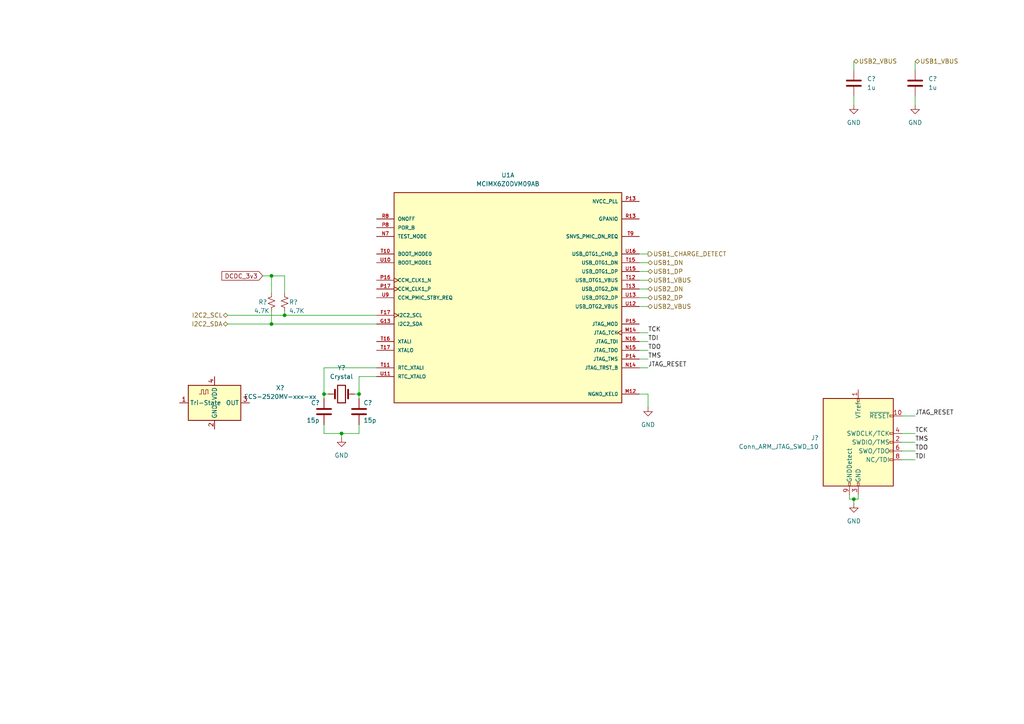
<source format=kicad_sch>
(kicad_sch (version 20211123) (generator eeschema)
  (paper "A4")
  (lib_symbols
    (symbol "Connector:Conn_ARM_JTAG_SWD_10" (pin_names (offset 1.016))
      (property "Reference" "J" (at -2.54 16.51 0))
      (property "Value" "Conn_ARM_JTAG_SWD_10" (at -2.54 13.97 0))
      (symbol "Conn_ARM_JTAG_SWD_10_0_1"
        (rectangle (start -10.16 12.7) (end 10.16 -12.7) (stroke (width 0.254)) (fill (type background)))
        (rectangle (start -2.794 -12.7) (end -2.286 -11.684))
        (rectangle (start -0.254 -12.7) (end 0.254 -11.684))
        (rectangle (start -0.254 12.7) (end 0.254 11.684))
        (rectangle (start 9.144 2.286) (end 10.16 2.794))
        (rectangle (start 10.16 -2.794) (end 9.144 -2.286))
        (rectangle (start 10.16 -0.254) (end 9.144 0.254))
        (rectangle (start 10.16 7.874) (end 9.144 7.366))
      )
      (symbol "Conn_ARM_JTAG_SWD_10_1_1"
        (rectangle (start 9.144 -5.334) (end 10.16 -4.826))
        (pin power_in line (at 0 15.24 270) (length 2.54) (name "VTref") (number "1"))
        (pin open_collector line (at 12.7 7.62 180) (length 2.54) (name "~{RESET}") (number "10"))
        (pin bidirectional line (at 12.7 0 180) (length 2.54) (name "SWDIO/TMS") (number "2"))
        (pin power_in line (at 0 -15.24 90) (length 2.54) (name "GND") (number "3"))
        (pin output line (at 12.7 2.54 180) (length 2.54) (name "SWDCLK/TCK") (number "4"))
        (pin passive line (at 0 -15.24 90) (length 2.54) hide (name "GND") (number "5"))
        (pin input line (at 12.7 -2.54 180) (length 2.54) (name "SWO/TDO") (number "6"))
        (pin no_connect line (at -10.16 0 0) (length 2.54) hide (name "KEY") (number "7"))
        (pin output line (at 12.7 -5.08 180) (length 2.54) (name "NC/TDI") (number "8"))
        (pin passive line (at -2.54 -15.24 90) (length 2.54) (name "GNDDetect") (number "9"))
      )
    )
    (symbol "Device:C" (pin_numbers hide) (pin_names (offset 0.254))
      (property "Reference" "C" (at 0.635 2.54 0))
      (property "Value" "C" (at 0.635 -2.54 0))
      (symbol "C_0_1"
        (polyline (pts (xy -2.032 -0.762) (xy 2.032 -0.762)) (stroke (width 0.508)))
        (polyline (pts (xy -2.032 0.762) (xy 2.032 0.762)) (stroke (width 0.508)))
      )
      (symbol "C_1_1"
        (pin passive line (at 0 3.81 270) (length 2.794) (name "~") (number "1"))
        (pin passive line (at 0 -3.81 90) (length 2.794) (name "~") (number "2"))
      )
    )
    (symbol "Device:Crystal" (pin_numbers hide) (pin_names (offset 1.016) hide)
      (property "Reference" "Y" (at 0 3.81 0))
      (property "Value" "Crystal" (at 0 -3.81 0))
      (symbol "Crystal_0_1"
        (rectangle (start -1.143 2.54) (end 1.143 -2.54) (stroke (width 0.3048)))
        (polyline (pts (xy -2.54 0) (xy -1.905 0)))
        (polyline (pts (xy -1.905 -1.27) (xy -1.905 1.27)) (stroke (width 0.508)))
        (polyline (pts (xy 1.905 -1.27) (xy 1.905 1.27)) (stroke (width 0.508)))
        (polyline (pts (xy 2.54 0) (xy 1.905 0)))
      )
      (symbol "Crystal_1_1"
        (pin passive line (at -3.81 0 0) (length 1.27) (name "1") (number "1"))
        (pin passive line (at 3.81 0 180) (length 1.27) (name "2") (number "2"))
      )
    )
    (symbol "Device:R_Small_US" (pin_numbers hide) (pin_names (offset 0.254) hide)
      (property "Reference" "R" (at 0.762 0.508 0))
      (property "Value" "R_Small_US" (at 0.762 -1.016 0))
      (symbol "R_Small_US_1_1"
        (polyline (pts (xy 0 0) (xy 1.016 -0.381) (xy 0 -0.762) (xy -1.016 -1.143) (xy 0 -1.524)))
        (polyline (pts (xy 0 1.524) (xy 1.016 1.143) (xy 0 0.762) (xy -1.016 0.381) (xy 0 0)))
        (pin passive line (at 0 2.54 270) (length 1.016) (name "~") (number "1"))
        (pin passive line (at 0 -2.54 90) (length 1.016) (name "~") (number "2"))
      )
    )
    (symbol "MCIMX6Z0DVM09AB:MCIMX6Z0DVM09AB" (pin_names (offset 1.016))
      (property "Reference" "U" (at -33.02 31.75 0))
      (property "Value" "MCIMX6Z0DVM09AB" (at -33.02 -31.75 0))
      (symbol "MCIMX6Z0DVM09AB_1_0"
        (rectangle (start -33.02 -30.48) (end 33.02 30.48) (stroke (width 0.254)) (fill (type background)))
        (pin input clock (at -38.1 -5.08 0) (length 5.08) (name "I2C2_SCL") (number "F17"))
        (pin bidirectional line (at -38.1 -7.62 0) (length 5.08) (name "I2C2_SDA") (number "G13"))
        (pin power_in line (at 38.1 -27.94 180) (length 5.08) (name "NGND_KEL0") (number "M12"))
        (pin input clock (at 38.1 -10.16 180) (length 5.08) (name "JTAG_TCK") (number "M14"))
        (pin input line (at 38.1 -20.32 180) (length 5.08) (name "JTAG_TRST_B") (number "N14"))
        (pin output line (at 38.1 -15.24 180) (length 5.08) (name "JTAG_TDO") (number "N15"))
        (pin input line (at 38.1 -12.7 180) (length 5.08) (name "JTAG_TDI") (number "N16"))
        (pin input line (at -38.1 17.78 0) (length 5.08) (name "TEST_MODE") (number "N7"))
        (pin power_in line (at 38.1 27.94 180) (length 5.08) (name "NVCC_PLL") (number "P13"))
        (pin input line (at 38.1 -17.78 180) (length 5.08) (name "JTAG_TMS") (number "P14"))
        (pin input line (at 38.1 -7.62 180) (length 5.08) (name "JTAG_MOD") (number "P15"))
        (pin input clock (at -38.1 5.08 0) (length 5.08) (name "CCM_CLK1_N") (number "P16"))
        (pin input clock (at -38.1 2.54 0) (length 5.08) (name "CCM_CLK1_P") (number "P17"))
        (pin input line (at -38.1 20.32 0) (length 5.08) (name "POR_B") (number "P8"))
        (pin bidirectional line (at 38.1 22.86 180) (length 5.08) (name "GPANIO") (number "R13"))
        (pin input line (at -38.1 22.86 0) (length 5.08) (name "ONOFF") (number "R8"))
        (pin input line (at -38.1 12.7 0) (length 5.08) (name "BOOT_MODE0") (number "T10"))
        (pin input line (at -38.1 -20.32 0) (length 5.08) (name "RTC_XTALI") (number "T11"))
        (pin power_in line (at 38.1 5.08 180) (length 5.08) (name "USB_OTG1_VBUS") (number "T12"))
        (pin bidirectional line (at 38.1 2.54 180) (length 5.08) (name "USB_OTG2_DN") (number "T13"))
        (pin bidirectional line (at 38.1 10.16 180) (length 5.08) (name "USB_OTG1_DN") (number "T15"))
        (pin input line (at -38.1 -12.7 0) (length 5.08) (name "XTALI") (number "T16"))
        (pin output line (at -38.1 -15.24 0) (length 5.08) (name "XTALO") (number "T17"))
        (pin output line (at 38.1 17.78 180) (length 5.08) (name "SNVS_PMIC_ON_REQ") (number "T9"))
        (pin input line (at -38.1 10.16 0) (length 5.08) (name "BOOT_MODE1") (number "U10"))
        (pin output line (at -38.1 -22.86 0) (length 5.08) (name "RTC_XTALO") (number "U11"))
        (pin power_in line (at 38.1 -2.54 180) (length 5.08) (name "USB_OTG2_VBUS") (number "U12"))
        (pin bidirectional line (at 38.1 0 180) (length 5.08) (name "USB_OTG2_DP") (number "U13"))
        (pin bidirectional line (at 38.1 7.62 180) (length 5.08) (name "USB_OTG1_DP") (number "U15"))
        (pin bidirectional line (at 38.1 12.7 180) (length 5.08) (name "USB_OTG1_CHD_B") (number "U16"))
        (pin output line (at -38.1 0 0) (length 5.08) (name "CCM_PMIC_STBY_REQ") (number "U9"))
      )
      (symbol "MCIMX6Z0DVM09AB_2_0"
        (rectangle (start -25.4 -48.26) (end 25.4 45.72) (stroke (width 0.254)) (fill (type background)))
        (pin output line (at 30.48 17.78 180) (length 5.08) (name "DRAM_ODT1") (number "F1"))
        (pin output line (at 30.48 -43.18 180) (length 5.08) (name "DRAM_ADDR14") (number "G1"))
        (pin output line (at 30.48 -22.86 180) (length 5.08) (name "DRAM_ADDR06") (number "G2"))
        (pin output line (at 30.48 12.7 180) (length 5.08) (name "DRAM_RESET") (number "G4"))
        (pin power_in line (at 30.48 40.64 180) (length 5.08) (name "NVCC_DRAM") (number "G6"))
        (pin output line (at 30.48 7.62 180) (length 5.08) (name "DRAM_SDBA1") (number "H1"))
        (pin output line (at 30.48 -10.16 180) (length 5.08) (name "DRAM_ADDR01") (number "H2"))
        (pin output line (at 30.48 -40.64 180) (length 5.08) (name "DRAM_ADDR13") (number "H3"))
        (pin output line (at 30.48 -25.4 180) (length 5.08) (name "DRAM_ADDR07") (number "H4"))
        (pin output line (at 30.48 27.94 180) (length 5.08) (name "DRAM_CS1_B") (number "H5"))
        (pin power_in line (at 30.48 40.64 180) (length 5.08) (name "NVCC_DRAM") (number "H6"))
        (pin output line (at 30.48 -2.54 180) (length 5.08) (name "DRAM_SDWE_B") (number "J1"))
        (pin output line (at 30.48 33.02 180) (length 5.08) (name "DRAM_CAS_B") (number "J2"))
        (pin output line (at 30.48 0 180) (length 5.08) (name "DRAM_SDCKE1") (number "J3"))
        (pin output line (at 30.48 -27.94 180) (length 5.08) (name "DRAM_ADDR08") (number "J4"))
        (pin power_in line (at 30.48 40.64 180) (length 5.08) (name "NVCC_DRAM") (number "J6"))
        (pin output line (at 30.48 -12.7 180) (length 5.08) (name "DRAM_ADDR02") (number "K1"))
        (pin output line (at 30.48 5.08 180) (length 5.08) (name "DRAM_SDBA2") (number "K2"))
        (pin output line (at 30.48 -35.56 180) (length 5.08) (name "DRAM_ADDR11") (number "K3"))
        (pin output line (at 30.48 -17.78 180) (length 5.08) (name "DRAM_ADDR04") (number "K4"))
        (pin output line (at 30.48 -45.72 180) (length 5.08) (name "DRAM_ADDR15") (number "K5"))
        (pin power_in line (at 30.48 40.64 180) (length 5.08) (name "NVCC_DRAM") (number "K6"))
        (pin output line (at 30.48 -20.32 180) (length 5.08) (name "DRAM_ADDR05") (number "L1"))
        (pin output line (at 30.48 -30.48 180) (length 5.08) (name "DRAM_ADDR09") (number "L2"))
        (pin output line (at 30.48 -38.1 180) (length 5.08) (name "DRAM_ADDR12") (number "L4"))
        (pin output line (at 30.48 -7.62 180) (length 5.08) (name "DRAM_ADDR00") (number "L5"))
        (pin power_in line (at 30.48 40.64 180) (length 5.08) (name "NVCC_DRAM") (number "L6"))
        (pin output line (at 30.48 10.16 180) (length 5.08) (name "DRAM_SDBA0") (number "M1"))
        (pin output line (at 30.48 -15.24 180) (length 5.08) (name "DRAM_ADDR03") (number "M2"))
        (pin output line (at 30.48 2.54 180) (length 5.08) (name "DRAM_SDCKE0") (number "M3"))
        (pin output line (at 30.48 -33.02 180) (length 5.08) (name "DRAM_ADDR10") (number "M4"))
        (pin output line (at 30.48 15.24 180) (length 5.08) (name "DRAM_RAS_B") (number "M5"))
        (pin power_in line (at 30.48 40.64 180) (length 5.08) (name "NVCC_DRAM") (number "M6"))
        (pin output line (at 30.48 20.32 180) (length 5.08) (name "DRAM_ODT0") (number "N1"))
        (pin output line (at 30.48 30.48 180) (length 5.08) (name "DRAM_CS0_B") (number "N2"))
        (pin input line (at -30.48 10.16 0) (length 5.08) (name "DRAM_ZQPAD") (number "N4"))
        (pin power_in line (at 30.48 38.1 180) (length 5.08) (name "NVCC_DRAM_2P5") (number "N6"))
        (pin input clock (at -30.48 30.48 0) (length 5.08) (name "DRAM_SDCLK0_P") (number "P1"))
        (pin input clock (at -30.48 33.02 0) (length 5.08) (name "DRAM_SDCLK0_N") (number "P2"))
        (pin input line (at -30.48 -40.64 0) (length 5.08) (name "DRAM_DATA13") (number "P3"))
        (pin power_in line (at 30.48 43.18 180) (length 5.08) (name "DRAM_VREF") (number "P4"))
        (pin input line (at -30.48 -38.1 0) (length 5.08) (name "DRAM_DATA12") (number "P5"))
        (pin input line (at -30.48 25.4 0) (length 5.08) (name "DRAM_SDQS0_P") (number "P6"))
        (pin input line (at -30.48 22.86 0) (length 5.08) (name "DRAM_SDQS0_N") (number "P7"))
        (pin input line (at -30.48 -45.72 0) (length 5.08) (name "DRAM_DATA15") (number "R1"))
        (pin input line (at -30.48 -43.18 0) (length 5.08) (name "DRAM_DATA14") (number "R2"))
        (pin input line (at -30.48 -35.56 0) (length 5.08) (name "DRAM_DATA11") (number "R4"))
        (pin input line (at -30.48 17.78 0) (length 5.08) (name "DRAM_SDQS1_P") (number "T1"))
        (pin input line (at -30.48 15.24 0) (length 5.08) (name "DRAM_SDQS1_N") (number "T2"))
        (pin output line (at 30.48 22.86 180) (length 5.08) (name "DRAM_DQM1") (number "T3"))
        (pin input line (at -30.48 -7.62 0) (length 5.08) (name "DRAM_DATA00") (number "T4"))
        (pin input line (at -30.48 -22.86 0) (length 5.08) (name "DRAM_DATA06") (number "T5"))
        (pin input line (at -30.48 -12.7 0) (length 5.08) (name "DRAM_DATA02") (number "T6"))
        (pin output line (at 30.48 25.4 180) (length 5.08) (name "DRAM_DQM0") (number "T7"))
        (pin input line (at -30.48 -20.32 0) (length 5.08) (name "DRAM_DATA05") (number "T8"))
        (pin input line (at -30.48 -27.94 0) (length 5.08) (name "DRAM_DATA08") (number "U2"))
        (pin input line (at -30.48 -30.48 0) (length 5.08) (name "DRAM_DATA09") (number "U3"))
        (pin input line (at -30.48 -25.4 0) (length 5.08) (name "DRAM_DATA07") (number "U4"))
        (pin input line (at -30.48 -33.02 0) (length 5.08) (name "DRAM_DATA10") (number "U5"))
        (pin input line (at -30.48 -10.16 0) (length 5.08) (name "DRAM_DATA01") (number "U6"))
        (pin input line (at -30.48 -15.24 0) (length 5.08) (name "DRAM_DATA03") (number "U7"))
        (pin input line (at -30.48 -17.78 0) (length 5.08) (name "DRAM_DATA04") (number "U8"))
      )
      (symbol "MCIMX6Z0DVM09AB_3_0"
        (rectangle (start -20.32 -55.88) (end 20.32 55.88) (stroke (width 0.254)) (fill (type background)))
        (pin bidirectional line (at -25.4 -10.16 0) (length 5.08) (name "GPIO3_IO11") (number "A10"))
        (pin bidirectional line (at -25.4 -17.78 0) (length 5.08) (name "GPIO3_IO14") (number "A11"))
        (pin bidirectional line (at -25.4 -30.48 0) (length 5.08) (name "GPIO3_IO19") (number "A12"))
        (pin bidirectional line (at -25.4 -40.64 0) (length 5.08) (name "GPIO3_IO23") (number "A13"))
        (pin bidirectional line (at -25.4 -50.8 0) (length 5.08) (name "GPIO3_IO27") (number "A14"))
        (pin bidirectional line (at -25.4 17.78 0) (length 5.08) (name "GPIO3_IO00") (number "A8"))
        (pin bidirectional line (at -25.4 2.54 0) (length 5.08) (name "GPIO3_IO06") (number "A9"))
        (pin bidirectional line (at -25.4 -7.62 0) (length 5.08) (name "GPIO3_IO10") (number "B10"))
        (pin bidirectional line (at -25.4 -15.24 0) (length 5.08) (name "GPIO3_IO13") (number "B11"))
        (pin bidirectional line (at -25.4 -27.94 0) (length 5.08) (name "GPIO3_IO18") (number "B12"))
        (pin bidirectional line (at -25.4 -38.1 0) (length 5.08) (name "GPIO3_IO22") (number "B13"))
        (pin bidirectional line (at -25.4 -48.26 0) (length 5.08) (name "GPIO3_IO26") (number "B14"))
        (pin bidirectional line (at -25.4 -53.34 0) (length 5.08) (name "GPIO3_IO28") (number "B16"))
        (pin bidirectional line (at -25.4 15.24 0) (length 5.08) (name "GPIO3_IO01") (number "B8"))
        (pin bidirectional line (at -25.4 5.08 0) (length 5.08) (name "GPIO3_IO05") (number "B9"))
        (pin bidirectional line (at -25.4 -5.08 0) (length 5.08) (name "GPIO3_IO09") (number "C10"))
        (pin bidirectional line (at -25.4 -25.4 0) (length 5.08) (name "GPIO3_IO17") (number "C12"))
        (pin bidirectional line (at -25.4 -35.56 0) (length 5.08) (name "GPIO3_IO21") (number "C13"))
        (pin bidirectional line (at -25.4 -45.72 0) (length 5.08) (name "GPIO3_IO25") (number "C14"))
        (pin bidirectional line (at -25.4 10.16 0) (length 5.08) (name "GPIO3_IO03") (number "C9"))
        (pin bidirectional line (at -25.4 -2.54 0) (length 5.08) (name "GPIO3_IO08") (number "D10"))
        (pin bidirectional line (at -25.4 -12.7 0) (length 5.08) (name "GPIO3_IO12") (number "D11"))
        (pin bidirectional line (at -25.4 -22.86 0) (length 5.08) (name "GPIO3_IO16") (number "D12"))
        (pin bidirectional line (at -25.4 -33.02 0) (length 5.08) (name "GPIO3_IO20") (number "D13"))
        (pin bidirectional line (at -25.4 -43.18 0) (length 5.08) (name "GPIO3_IO24") (number "D14"))
        (pin bidirectional line (at -25.4 12.7 0) (length 5.08) (name "GPIO3_IO02") (number "D9"))
        (pin bidirectional line (at -25.4 0 0) (length 5.08) (name "GPIO3_IO07") (number "E10"))
        (pin bidirectional line (at -25.4 -20.32 0) (length 5.08) (name "GPIO3_IO15") (number "E12"))
        (pin power_in line (at 25.4 50.8 180) (length 5.08) (name "NVCC_GPIO3") (number "E13"))
        (pin bidirectional line (at -25.4 7.62 0) (length 5.08) (name "GPIO3_IO04") (number "E9"))
        (pin power_in line (at 25.4 53.34 180) (length 5.08) (name "NVCC_GPIO") (number "J13"))
        (pin bidirectional line (at -25.4 45.72 0) (length 5.08) (name "GPIO1_IO00") (number "K13"))
        (pin bidirectional line (at -25.4 30.48 0) (length 5.08) (name "GPIO1_IO06") (number "K17"))
        (pin bidirectional line (at -25.4 40.64 0) (length 5.08) (name "GPIO1_IO02") (number "L14"))
        (pin bidirectional line (at -25.4 43.18 0) (length 5.08) (name "GPIO1_IO01") (number "L15"))
        (pin bidirectional line (at -25.4 27.94 0) (length 5.08) (name "GPIO1_IO07") (number "L16"))
        (pin bidirectional line (at -25.4 38.1 0) (length 5.08) (name "GPIO1_IO03") (number "L17"))
        (pin bidirectional line (at -25.4 22.86 0) (length 5.08) (name "GPIO1_IO09") (number "M15"))
        (pin bidirectional line (at -25.4 35.56 0) (length 5.08) (name "GPIO1_IO04") (number "M16"))
        (pin bidirectional line (at -25.4 33.02 0) (length 5.08) (name "GPIO1_IO05") (number "M17"))
        (pin bidirectional line (at 25.4 27.94 180) (length 5.08) (name "GPIO5_IO07") (number "N10"))
        (pin bidirectional line (at 25.4 30.48 180) (length 5.08) (name "GPIO5_IO06") (number "N11"))
        (pin bidirectional line (at -25.4 25.4 0) (length 5.08) (name "GPIO1_IO08") (number "N17"))
        (pin bidirectional line (at 25.4 33.02 180) (length 5.08) (name "GPIO5_IO05") (number "N8"))
        (pin bidirectional line (at 25.4 25.4 180) (length 5.08) (name "GPIO5_IO08") (number "N9"))
        (pin bidirectional line (at 25.4 38.1 180) (length 5.08) (name "GPIO5_IO03") (number "P10"))
        (pin bidirectional line (at 25.4 40.64 180) (length 5.08) (name "GPIO5_IO02") (number "P11"))
        (pin bidirectional line (at 25.4 35.56 180) (length 5.08) (name "GPIO5_IO04") (number "P9"))
        (pin bidirectional line (at 25.4 45.72 180) (length 5.08) (name "GPIO5_IO00") (number "R10"))
        (pin bidirectional line (at 25.4 22.86 180) (length 5.08) (name "GPIO5_IO09") (number "R6"))
        (pin bidirectional line (at 25.4 43.18 180) (length 5.08) (name "GPIO5_IO01") (number "R9"))
      )
      (symbol "MCIMX6Z0DVM09AB_4_0"
        (rectangle (start -25.4 -25.4) (end 25.4 25.4) (stroke (width 0.254)) (fill (type background)))
        (pin input line (at -30.48 -10.16 0) (length 5.08) (name "UART3_RTS_B") (number "G14"))
        (pin output line (at -30.48 -20.32 0) (length 5.08) (name "UART4_RX_DATA") (number "G16"))
        (pin input line (at -30.48 -22.86 0) (length 5.08) (name "UART4_TX_DATA") (number "G17"))
        (pin power_in line (at 30.48 22.86 180) (length 5.08) (name "NVCC_UART") (number "H13"))
        (pin input line (at -30.48 2.54 0) (length 5.08) (name "UART2_RTS_B") (number "H14"))
        (pin input line (at -30.48 -7.62 0) (length 5.08) (name "UART3_CTS_B") (number "H15"))
        (pin output line (at -30.48 -12.7 0) (length 5.08) (name "UART3_RX_DATA") (number "H16"))
        (pin input line (at -30.48 -15.24 0) (length 5.08) (name "UART3_TX_DATA") (number "H17"))
        (pin input line (at -30.48 15.24 0) (length 5.08) (name "UART1_RTS_B") (number "J14"))
        (pin input line (at -30.48 5.08 0) (length 5.08) (name "UART2_CTS_B") (number "J15"))
        (pin output line (at -30.48 0 0) (length 5.08) (name "UART2_RX_DATA") (number "J16"))
        (pin input line (at -30.48 -2.54 0) (length 5.08) (name "UART2_TX_DATA") (number "J17"))
        (pin input line (at -30.48 10.16 0) (length 5.08) (name "UART1_TX_DATA") (number "K14"))
        (pin input line (at -30.48 17.78 0) (length 5.08) (name "UART1_CTS_B") (number "K15"))
        (pin output line (at -30.48 12.7 0) (length 5.08) (name "UART1_RX_DATA") (number "K16"))
      )
      (symbol "MCIMX6Z0DVM09AB_5_0"
        (rectangle (start -22.86 -27.94) (end 22.86 25.4) (stroke (width 0.254)) (fill (type background)))
        (pin input line (at -27.94 2.54 0) (length 5.08) (name "NAND_READY_B") (number "A3"))
        (pin input line (at -27.94 10.16 0) (length 5.08) (name "NAND_CLE") (number "A4"))
        (pin bidirectional line (at -27.94 -25.4 0) (length 5.08) (name "NAND_DATA07") (number "A5"))
        (pin bidirectional line (at -27.94 -22.86 0) (length 5.08) (name "NAND_DATA06") (number "A6"))
        (pin bidirectional line (at -27.94 -12.7 0) (length 5.08) (name "NAND_DATA02") (number "A7"))
        (pin input line (at -27.94 17.78 0) (length 5.08) (name "NAND_ALE") (number "B4"))
        (pin input line (at -27.94 12.7 0) (length 5.08) (name "NAND_CE1_B") (number "B5"))
        (pin bidirectional line (at -27.94 -20.32 0) (length 5.08) (name "NAND_DATA05") (number "B6"))
        (pin bidirectional line (at -27.94 -10.16 0) (length 5.08) (name "NAND_DATA01") (number "B7"))
        (pin input line (at -27.94 15.24 0) (length 5.08) (name "NAND_CE0_B") (number "C5"))
        (pin bidirectional line (at -27.94 -17.78 0) (length 5.08) (name "NAND_DATA04") (number "C6"))
        (pin input line (at -27.94 0 0) (length 5.08) (name "NAND_WE_B") (number "C8"))
        (pin input line (at -27.94 -2.54 0) (length 5.08) (name "NAND_WP_B") (number "D5"))
        (pin bidirectional line (at -27.94 -15.24 0) (length 5.08) (name "NAND_DATA03") (number "D6"))
        (pin bidirectional line (at -27.94 -7.62 0) (length 5.08) (name "NAND_DATA00") (number "D7"))
        (pin input line (at -27.94 5.08 0) (length 5.08) (name "NAND_RE_B") (number "D8"))
        (pin input line (at -27.94 7.62 0) (length 5.08) (name "NAND_DQS") (number "E6"))
        (pin power_in line (at 27.94 22.86 180) (length 5.08) (name "NVCC_NAND") (number "E7"))
      )
      (symbol "MCIMX6Z0DVM09AB_6_0"
        (rectangle (start -17.78 -27.94) (end 17.78 30.48) (stroke (width 0.254)) (fill (type background)))
        (pin bidirectional line (at -22.86 7.62 0) (length 5.08) (name "SD1_DATA3") (number "A2"))
        (pin bidirectional line (at -22.86 10.16 0) (length 5.08) (name "SD1_DATA2") (number "B1"))
        (pin bidirectional line (at -22.86 12.7 0) (length 5.08) (name "SD1_DATA1") (number "B2"))
        (pin bidirectional line (at -22.86 15.24 0) (length 5.08) (name "SD1_DATA0") (number "B3"))
        (pin input clock (at -22.86 20.32 0) (length 5.08) (name "SD1_CLK") (number "C1"))
        (pin input line (at -22.86 17.78 0) (length 5.08) (name "SD1_CMD") (number "C2"))
        (pin power_in line (at 22.86 27.94 180) (length 5.08) (name "NVCC_SD1") (number "C4"))
        (pin bidirectional line (at -22.86 -25.4 0) (length 5.08) (name "SD2_DATA7") (number "D1"))
        (pin bidirectional line (at -22.86 -22.86 0) (length 5.08) (name "SD2_DATA6") (number "D2"))
        (pin bidirectional line (at -22.86 -20.32 0) (length 5.08) (name "SD2_DATA5") (number "D3"))
        (pin bidirectional line (at -22.86 -17.78 0) (length 5.08) (name "SD2_DATA4") (number "D4"))
        (pin bidirectional line (at -22.86 -15.24 0) (length 5.08) (name "SD2_DATA3") (number "E1"))
        (pin bidirectional line (at -22.86 -12.7 0) (length 5.08) (name "SD2_DATA2") (number "E2"))
        (pin bidirectional line (at -22.86 -10.16 0) (length 5.08) (name "SD2_DATA1") (number "E3"))
        (pin bidirectional line (at -22.86 -7.62 0) (length 5.08) (name "SD2_DATA0") (number "E4"))
        (pin input line (at -22.86 -5.08 0) (length 5.08) (name "SD2_WP") (number "E5"))
        (pin input clock (at -22.86 0 0) (length 5.08) (name "SD2_CLK") (number "F2"))
        (pin input line (at -22.86 -2.54 0) (length 5.08) (name "SD2_CMD") (number "F3"))
        (pin power_in line (at 22.86 25.4 180) (length 5.08) (name "NVCC_SD2") (number "F4"))
        (pin input line (at -22.86 2.54 0) (length 5.08) (name "SD2_CD_B") (number "F5"))
      )
      (symbol "MCIMX6Z0DVM09AB_7_0"
        (rectangle (start -15.24 -25.4) (end 15.24 25.4) (stroke (width 0.254)) (fill (type background)))
        (pin input line (at -20.32 5.08 0) (length 5.08) (name "KPP_COL5") (number "A15"))
        (pin input line (at -20.32 -20.32 0) (length 5.08) (name "KPP_ROW6") (number "A16"))
        (pin input line (at -20.32 2.54 0) (length 5.08) (name "KPP_COL6") (number "B15"))
        (pin input line (at -20.32 -17.78 0) (length 5.08) (name "KPP_ROW5") (number "B17"))
        (pin input line (at -20.32 7.62 0) (length 5.08) (name "KPP_COL4") (number "C16"))
        (pin input line (at -20.32 -15.24 0) (length 5.08) (name "KPP_ROW4") (number "C17"))
        (pin input line (at -20.32 10.16 0) (length 5.08) (name "KPP_COL3") (number "D15"))
        (pin input line (at -20.32 0 0) (length 5.08) (name "KPP_COL7") (number "D16"))
        (pin input line (at -20.32 -22.86 0) (length 5.08) (name "KPP_ROW7") (number "D17"))
        (pin input line (at -20.32 -10.16 0) (length 5.08) (name "KPP_ROW2") (number "E14"))
        (pin input line (at -20.32 15.24 0) (length 5.08) (name "KPP_COL1") (number "E15"))
        (pin input line (at -20.32 -7.62 0) (length 5.08) (name "KPP_ROW1") (number "E16"))
        (pin input line (at -20.32 17.78 0) (length 5.08) (name "KPP_COL0") (number "E17"))
        (pin power_in line (at 20.32 22.86 180) (length 5.08) (name "NVCC_KPP") (number "F13"))
        (pin input line (at -20.32 -12.7 0) (length 5.08) (name "KPP_ROW3") (number "F14"))
        (pin input line (at -20.32 12.7 0) (length 5.08) (name "KPP_COL2") (number "F15"))
        (pin input line (at -20.32 -5.08 0) (length 5.08) (name "KPP_ROW0") (number "F16"))
      )
      (symbol "MCIMX6Z0DVM09AB_8_0"
        (rectangle (start -12.7 -20.32) (end 12.7 17.78) (stroke (width 0.254)) (fill (type background)))
        (pin power_in line (at 17.78 -7.62 180) (length 5.08) (name "VSS") (number "A1"))
        (pin power_in line (at 17.78 -7.62 180) (length 5.08) (name "VSS") (number "A17"))
        (pin power_in line (at 17.78 -7.62 180) (length 5.08) (name "VSS") (number "C11"))
        (pin power_in line (at 17.78 -7.62 180) (length 5.08) (name "VSS") (number "C15"))
        (pin power_in line (at 17.78 -7.62 180) (length 5.08) (name "VSS") (number "C3"))
        (pin power_in line (at 17.78 -7.62 180) (length 5.08) (name "VSS") (number "C7"))
        (pin power_in line (at 17.78 -7.62 180) (length 5.08) (name "VSS") (number "E11"))
        (pin power_in line (at 17.78 -7.62 180) (length 5.08) (name "VSS") (number "E8"))
        (pin power_in line (at 17.78 -10.16 180) (length 5.08) (name "VSS_1") (number "F10"))
        (pin power_in line (at 17.78 -10.16 180) (length 5.08) (name "VSS_1") (number "F11"))
        (pin power_in line (at 17.78 -10.16 180) (length 5.08) (name "VSS_1") (number "F12"))
        (pin power_in line (at 17.78 -7.62 180) (length 5.08) (name "VSS") (number "F6"))
        (pin power_in line (at 17.78 -7.62 180) (length 5.08) (name "VSS") (number "F7"))
        (pin power_in line (at 17.78 -10.16 180) (length 5.08) (name "VSS_1") (number "F8"))
        (pin power_in line (at 17.78 -10.16 180) (length 5.08) (name "VSS_1") (number "F9"))
        (pin power_in line (at 17.78 15.24 180) (length 5.08) (name "VDD_ARM_CAP") (number "G10"))
        (pin power_in line (at 17.78 15.24 180) (length 5.08) (name "VDD_ARM_CAP") (number "G11"))
        (pin power_in line (at 17.78 -10.16 180) (length 5.08) (name "VSS_1") (number "G12"))
        (pin power_in line (at 17.78 -10.16 180) (length 5.08) (name "VSS_1") (number "G15"))
        (pin power_in line (at 17.78 -10.16 180) (length 5.08) (name "VSS_1") (number "G3"))
        (pin power_in line (at 17.78 -10.16 180) (length 5.08) (name "VSS_1") (number "G5"))
        (pin power_in line (at 17.78 -10.16 180) (length 5.08) (name "VSS_1") (number "G7"))
        (pin power_in line (at 17.78 2.54 180) (length 5.08) (name "VDD_SOC_CAP") (number "G8"))
        (pin power_in line (at 17.78 15.24 180) (length 5.08) (name "VDD_ARM_CAP") (number "G9"))
        (pin power_in line (at 17.78 0 180) (length 5.08) (name "VDD_SOC_IN") (number "H10"))
        (pin power_in line (at 17.78 15.24 180) (length 5.08) (name "VDD_ARM_CAP") (number "H11"))
        (pin power_in line (at 17.78 -12.7 180) (length 5.08) (name "VSS_2") (number "H12"))
        (pin power_in line (at 17.78 -12.7 180) (length 5.08) (name "VSS_2") (number "H7"))
        (pin power_in line (at 17.78 2.54 180) (length 5.08) (name "VDD_SOC_CAP") (number "H8"))
        (pin power_in line (at 17.78 0 180) (length 5.08) (name "VDD_SOC_IN") (number "H9"))
        (pin power_in line (at 17.78 0 180) (length 5.08) (name "VDD_SOC_IN") (number "J10"))
        (pin power_in line (at 17.78 2.54 180) (length 5.08) (name "VDD_SOC_CAP") (number "J11"))
        (pin power_in line (at 17.78 -12.7 180) (length 5.08) (name "VSS_2") (number "J12"))
        (pin power_in line (at 17.78 -12.7 180) (length 5.08) (name "VSS_2") (number "J5"))
        (pin power_in line (at 17.78 -12.7 180) (length 5.08) (name "VSS_2") (number "J7"))
        (pin power_in line (at 17.78 2.54 180) (length 5.08) (name "VDD_SOC_CAP") (number "J8"))
        (pin power_in line (at 17.78 0 180) (length 5.08) (name "VDD_SOC_IN") (number "J9"))
        (pin power_in line (at 17.78 0 180) (length 5.08) (name "VDD_SOC_IN") (number "K10"))
        (pin power_in line (at 17.78 2.54 180) (length 5.08) (name "VDD_SOC_CAP") (number "K11"))
        (pin power_in line (at 17.78 -12.7 180) (length 5.08) (name "VSS_2") (number "K12"))
        (pin power_in line (at 17.78 -12.7 180) (length 5.08) (name "VSS_2") (number "K7"))
        (pin power_in line (at 17.78 2.54 180) (length 5.08) (name "VDD_SOC_CAP") (number "K8"))
        (pin power_in line (at 17.78 0 180) (length 5.08) (name "VDD_SOC_IN") (number "K9"))
        (pin power_in line (at 17.78 2.54 180) (length 5.08) (name "VDD_SOC_CAP") (number "L10"))
        (pin power_in line (at 17.78 2.54 180) (length 5.08) (name "VDD_SOC_CAP") (number "L11"))
        (pin power_in line (at 17.78 -12.7 180) (length 5.08) (name "VSS_2") (number "L12"))
        (pin power_in line (at 17.78 10.16 180) (length 5.08) (name "VDD_HIGH_IN") (number "L13"))
        (pin power_in line (at 17.78 -12.7 180) (length 5.08) (name "VSS_2") (number "L3"))
        (pin power_in line (at 17.78 -12.7 180) (length 5.08) (name "VSS_2") (number "L7"))
        (pin power_in line (at 17.78 2.54 180) (length 5.08) (name "VDD_SOC_CAP") (number "L8"))
        (pin power_in line (at 17.78 2.54 180) (length 5.08) (name "VDD_SOC_CAP") (number "L9"))
        (pin power_in line (at 17.78 -15.24 180) (length 5.08) (name "VSS_3") (number "M10"))
        (pin power_in line (at 17.78 -15.24 180) (length 5.08) (name "VSS_3") (number "M11"))
        (pin power_in line (at 17.78 10.16 180) (length 5.08) (name "VDD_HIGH_IN") (number "M13"))
        (pin power_in line (at 17.78 -15.24 180) (length 5.08) (name "VSS_3") (number "M7"))
        (pin power_in line (at 17.78 -15.24 180) (length 5.08) (name "VSS_3") (number "M8"))
        (pin power_in line (at 17.78 -15.24 180) (length 5.08) (name "VSS_3") (number "M9"))
        (pin power_in line (at 17.78 7.62 180) (length 5.08) (name "VDD_SNVS_CAP") (number "N12"))
        (pin power_in line (at 17.78 10.16 180) (length 5.08) (name "VDD_HIGH_IN") (number "N13"))
        (pin power_in line (at 17.78 -15.24 180) (length 5.08) (name "VSS_3") (number "N3"))
        (pin power_in line (at 17.78 -15.24 180) (length 5.08) (name "VSS_3") (number "N5"))
        (pin power_in line (at 17.78 5.08 180) (length 5.08) (name "VDD_SNVS_IN") (number "P12"))
        (pin power_in line (at 17.78 -17.78 180) (length 5.08) (name "VSS_4") (number "R11"))
        (pin power_in line (at 17.78 -2.54 180) (length 5.08) (name "VDD_USB_CAP") (number "R12"))
        (pin power_in line (at 17.78 12.7 180) (length 5.08) (name "VDD_HIGH_CAP") (number "R14"))
        (pin power_in line (at 17.78 12.7 180) (length 5.08) (name "VDD_HIGH_CAP") (number "R15"))
        (pin power_in line (at 17.78 -17.78 180) (length 5.08) (name "VSS_4") (number "R16"))
        (pin power_in line (at 17.78 -17.78 180) (length 5.08) (name "VSS_4") (number "R17"))
        (pin power_in line (at 17.78 -15.24 180) (length 5.08) (name "VSS_3") (number "R3"))
        (pin power_in line (at 17.78 -15.24 180) (length 5.08) (name "VSS_3") (number "R5"))
        (pin power_in line (at 17.78 -15.24 180) (length 5.08) (name "VSS_3") (number "R7"))
        (pin power_in line (at 17.78 -17.78 180) (length 5.08) (name "VSS_4") (number "T14"))
        (pin power_in line (at 17.78 -17.78 180) (length 5.08) (name "VSS_4") (number "U1"))
        (pin power_in line (at 17.78 -17.78 180) (length 5.08) (name "VSS_4") (number "U14"))
        (pin power_in line (at 17.78 -17.78 180) (length 5.08) (name "VSS_4") (number "U17"))
      )
    )
    (symbol "Oscillator:ECS-2520MV-xxx-xx"
      (property "Reference" "X" (at -5.08 6.35 0))
      (property "Value" "ECS-2520MV-xxx-xx" (at 1.27 -6.35 0))
      (symbol "ECS-2520MV-xxx-xx_0_1"
        (rectangle (start -7.62 5.08) (end 7.62 -5.08) (stroke (width 0.254)) (fill (type background)))
        (polyline (pts (xy -4.445 2.54) (xy -3.81 2.54) (xy -3.81 3.81) (xy -3.175 3.81) (xy -3.175 2.54) (xy -2.54 2.54) (xy -2.54 3.81) (xy -1.905 3.81) (xy -1.905 2.54)))
      )
      (symbol "ECS-2520MV-xxx-xx_1_1"
        (pin input line (at -10.16 0 0) (length 2.54) (name "Tri-State") (number "1"))
        (pin power_in line (at 0 -7.62 90) (length 2.54) (name "GND") (number "2"))
        (pin output line (at 10.16 0 180) (length 2.54) (name "OUT") (number "3"))
        (pin power_in line (at 0 7.62 270) (length 2.54) (name "VDD") (number "4"))
      )
    )
    (symbol "power:GND" (power) (pin_names (offset 0))
      (property "Value" "GND" (at 0 -3.81 0))
      (symbol "GND_0_1"
        (polyline (pts (xy 0 0) (xy 0 -1.27) (xy 1.27 -1.27) (xy 0 -2.54) (xy -1.27 -1.27) (xy 0 -1.27)))
      )
      (symbol "GND_1_1"
        (pin power_in line (at 0 0 270) (length 0) hide (name "GND") (number "1"))
      )
    )
  )
  (junction (at 93.98 114.3))
  (junction (at 104.14 114.3))
  (junction (at 82.55 91.44))
  (junction (at 78.74 93.98))
  (junction (at 78.74 80.01))
  (junction (at 99.06 125.73))
  (junction (at 247.65 144.78))
  (wire (pts (xy 185.42 114.3) (xy 187.96 114.3)))
  (wire (pts (xy 185.42 101.6) (xy 187.96 101.6)))
  (wire (pts (xy 265.43 17.78) (xy 265.43 20.32)))
  (wire (pts (xy 93.98 114.3) (xy 93.98 115.57)))
  (wire (pts (xy 109.22 93.98) (xy 78.74 93.98)))
  (wire (pts (xy 102.87 114.3) (xy 104.14 114.3)))
  (wire (pts (xy 93.98 106.68) (xy 93.98 114.3)))
  (wire (pts (xy 109.22 106.68) (xy 93.98 106.68)))
  (wire (pts (xy 261.62 120.65) (xy 265.43 120.65)))
  (wire (pts (xy 104.14 109.22) (xy 109.22 109.22)))
  (wire (pts (xy 104.14 125.73) (xy 104.14 123.19)))
  (wire (pts (xy 185.42 104.14) (xy 187.96 104.14)))
  (wire (pts (xy 185.42 73.66) (xy 187.96 73.66)))
  (wire (pts (xy 247.65 17.78) (xy 247.65 20.32)))
  (wire (pts (xy 247.65 146.05) (xy 247.65 144.78)))
  (wire (pts (xy 246.38 144.78) (xy 246.38 143.51)))
  (wire (pts (xy 185.42 76.2) (xy 187.96 76.2)))
  (wire (pts (xy 104.14 114.3) (xy 104.14 115.57)))
  (wire (pts (xy 185.42 96.52) (xy 187.96 96.52)))
  (wire (pts (xy 247.65 27.94) (xy 247.65 30.48)))
  (wire (pts (xy 104.14 114.3) (xy 104.14 109.22)))
  (wire (pts (xy 78.74 93.98) (xy 78.74 90.17)))
  (wire (pts (xy 248.92 144.78) (xy 248.92 143.51)))
  (wire (pts (xy 185.42 78.74) (xy 187.96 78.74)))
  (wire (pts (xy 82.55 80.01) (xy 78.74 80.01)))
  (wire (pts (xy 66.04 93.98) (xy 78.74 93.98)))
  (wire (pts (xy 99.06 127) (xy 99.06 125.73)))
  (wire (pts (xy 78.74 80.01) (xy 76.2 80.01)))
  (wire (pts (xy 109.22 91.44) (xy 82.55 91.44)))
  (wire (pts (xy 185.42 88.9) (xy 187.96 88.9)))
  (wire (pts (xy 185.42 81.28) (xy 187.96 81.28)))
  (wire (pts (xy 265.43 27.94) (xy 265.43 30.48)))
  (wire (pts (xy 247.65 144.78) (xy 248.92 144.78)))
  (wire (pts (xy 95.25 114.3) (xy 93.98 114.3)))
  (wire (pts (xy 247.65 144.78) (xy 246.38 144.78)))
  (wire (pts (xy 261.62 133.35) (xy 265.43 133.35)))
  (wire (pts (xy 93.98 125.73) (xy 93.98 123.19)))
  (wire (pts (xy 99.06 125.73) (xy 104.14 125.73)))
  (wire (pts (xy 185.42 86.36) (xy 187.96 86.36)))
  (wire (pts (xy 187.96 114.3) (xy 187.96 118.11)))
  (wire (pts (xy 99.06 125.73) (xy 93.98 125.73)))
  (wire (pts (xy 66.04 91.44) (xy 82.55 91.44)))
  (wire (pts (xy 185.42 99.06) (xy 187.96 99.06)))
  (wire (pts (xy 261.62 130.81) (xy 265.43 130.81)))
  (wire (pts (xy 82.55 91.44) (xy 82.55 90.17)))
  (wire (pts (xy 185.42 83.82) (xy 187.96 83.82)))
  (wire (pts (xy 78.74 85.09) (xy 78.74 80.01)))
  (wire (pts (xy 261.62 128.27) (xy 265.43 128.27)))
  (wire (pts (xy 185.42 106.68) (xy 187.96 106.68)))
  (wire (pts (xy 82.55 85.09) (xy 82.55 80.01)))
  (wire (pts (xy 261.62 125.73) (xy 265.43 125.73)))
  (label "JTAG_RESET" (at 187.96 106.68 0))
  (label "TDO" (at 187.96 101.6 0))
  (label "TCK" (at 187.96 96.52 0))
  (label "TCK" (at 265.43 125.73 0))
  (label "TMS" (at 187.96 104.14 0))
  (label "JTAG_RESET" (at 265.43 120.65 0))
  (label "TDI" (at 265.43 133.35 0))
  (label "TDI" (at 187.96 99.06 0))
  (label "TDO" (at 265.43 130.81 0))
  (label "TMS" (at 265.43 128.27 0))
  (global_label "DCDC_3v3" (shape input) (at 76.2 80.01 180) (property "Intersheet References" "${INTERSHEET_REFS}" (effects hide)))
  (hierarchical_label "USB1_VBUS" (shape bidirectional) (at 187.96 81.28 0))
  (hierarchical_label "USB2_VBUS" (shape bidirectional) (at 187.96 88.9 0))
  (hierarchical_label "USB2_VBUS" (shape bidirectional) (at 247.65 17.78 0))
  (hierarchical_label "USB1_DP" (shape bidirectional) (at 187.96 78.74 0))
  (hierarchical_label "USB1_VBUS" (shape bidirectional) (at 265.43 17.78 0))
  (hierarchical_label "USB1_CHARGE_DETECT" (shape output) (at 187.96 73.66 0))
  (hierarchical_label "USB2_DP" (shape bidirectional) (at 187.96 86.36 0))
  (hierarchical_label "I2C2_SDA" (shape bidirectional) (at 66.04 93.98 180))
  (hierarchical_label "USB1_DN" (shape bidirectional) (at 187.96 76.2 0))
  (hierarchical_label "I2C2_SCL" (shape bidirectional) (at 66.04 91.44 180))
  (hierarchical_label "USB2_DN" (shape bidirectional) (at 187.96 83.82 0))
  (symbol (lib_id "power:GND") (at 99.06 127 0) (unit 1)
    (property "Reference" "#PWR?" (effects hide))
    (property "Value" "GND" (at 99.06 132.08 0))
  )
  (symbol (lib_id "power:GND") (at 247.65 30.48 0) (unit 1)
    (property "Reference" "#PWR?" (effects hide))
    (property "Value" "GND" (at 247.65 35.56 0))
  )
  (symbol (lib_id "Device:Crystal") (at 99.06 114.3 0) (unit 1)
    (property "Reference" "Y?" (at 99.06 106.68 0))
    (property "Value" "Crystal" (at 99.06 109.22 0))
    (property "PN" "ECS-.327-12.5-16-TR" (effects hide))
  )
  (symbol (lib_id "Device:R_Small_US") (at 78.74 87.63 0) (mirror y) (unit 1)
    (property "Reference" "R?" (at 74.93 87.63 0) (effects (justify right)))
    (property "Value" "4.7K" (at 73.66 90.17 0) (effects (justify right)))
  )
  (symbol (lib_id "Oscillator:ECS-2520MV-xxx-xx") (at 62.23 116.84 0) (unit 1)
    (property "Reference" "X?" (at 81.28 112.5093 0))
    (property "Value" "ECS-2520MV-xxx-xx" (at 81.28 115.0493 0))
    (property "Footprint" "Oscillator:Oscillator_SMD_ECS_2520MV-xxx-xx-4Pin_2.5x2.0mm" (effects hide))
    (property "Datasheet" "https://www.ecsxtal.com/store/pdf/ECS-2520MV.pdf" (effects hide))
  )
  (symbol (lib_id "Device:C") (at 104.14 119.38 0) (unit 1)
    (property "Reference" "C?" (at 105.41 116.84 0) (effects (justify left)))
    (property "Value" "15p" (at 105.41 121.92 0) (effects (justify left)))
  )
  (symbol (lib_id "Device:C") (at 265.43 24.13 0) (unit 1)
    (property "Reference" "C?" (at 269.24 22.8599 0) (effects (justify left)))
    (property "Value" "1u" (at 269.24 25.3999 0) (effects (justify left)))
  )
  (symbol (lib_id "Device:C") (at 247.65 24.13 0) (unit 1)
    (property "Reference" "C?" (at 251.46 22.8599 0) (effects (justify left)))
    (property "Value" "1u" (at 251.46 25.3999 0) (effects (justify left)))
  )
  (symbol (lib_id "power:GND") (at 265.43 30.48 0) (unit 1)
    (property "Reference" "#PWR?" (effects hide))
    (property "Value" "GND" (at 265.43 35.56 0))
  )
  (symbol (lib_id "power:GND") (at 247.65 146.05 0) (unit 1)
    (property "Reference" "#PWR?" (effects hide))
    (property "Value" "GND" (at 247.65 151.13 0))
  )
  (symbol (lib_id "Connector:Conn_ARM_JTAG_SWD_10") (at 248.92 128.27 0) (unit 1)
    (property "Reference" "J?" (at 237.49 126.9999 0) (effects (justify right)))
    (property "Value" "Conn_ARM_JTAG_SWD_10" (at 237.49 129.5399 0) (effects (justify right)))
    (property "Datasheet" "http://infocenter.arm.com/help/topic/com.arm.doc.ddi0314h/DDI0314H_coresight_components_trm.pdf" (effects hide))
  )
  (symbol (lib_id "Device:C") (at 93.98 119.38 0) (unit 1)
    (property "Reference" "C?" (at 90.17 116.84 0) (effects (justify left)))
    (property "Value" "15p" (at 88.9 121.92 0) (effects (justify left)))
  )
  (symbol (lib_id "power:GND") (at 187.96 118.11 0) (unit 1)
    (property "Reference" "#PWR?" (effects hide))
    (property "Value" "GND" (at 187.96 123.19 0))
  )
  (symbol (lib_id "MCIMX6Z0DVM09AB:MCIMX6Z0DVM09AB") (at 147.32 86.36 0) (unit 1)
    (property "Reference" "U1" (at 147.32 50.8 0))
    (property "Value" "MCIMX6Z0DVM09AB" (at 147.32 53.34 0))
    (property "Footprint" "mb_nxp_mcu_mpu:BGA289C80P17X17_1400X1400X132" (effects hide))
    (property "PARTREV" "0" (effects hide))
    (property "STANDARD" "IPC 7351B" (effects hide))
    (property "SNAPEDA_PN" "MCIMX6Z0DVM09AB" (effects hide))
    (property "MAXIMUM_PACKAGE_HEIGHT" "1.32mm" (effects hide))
    (property "MANUFACTURER" "NXP" (effects hide))
  )
  (symbol (lib_id "Device:R_Small_US") (at 82.55 87.63 0) (unit 1)
    (property "Reference" "R?" (at 83.82 87.63 0) (effects (justify left)))
    (property "Value" "4.7K" (at 83.82 90.17 0) (effects (justify left)))
  )
)
</source>
